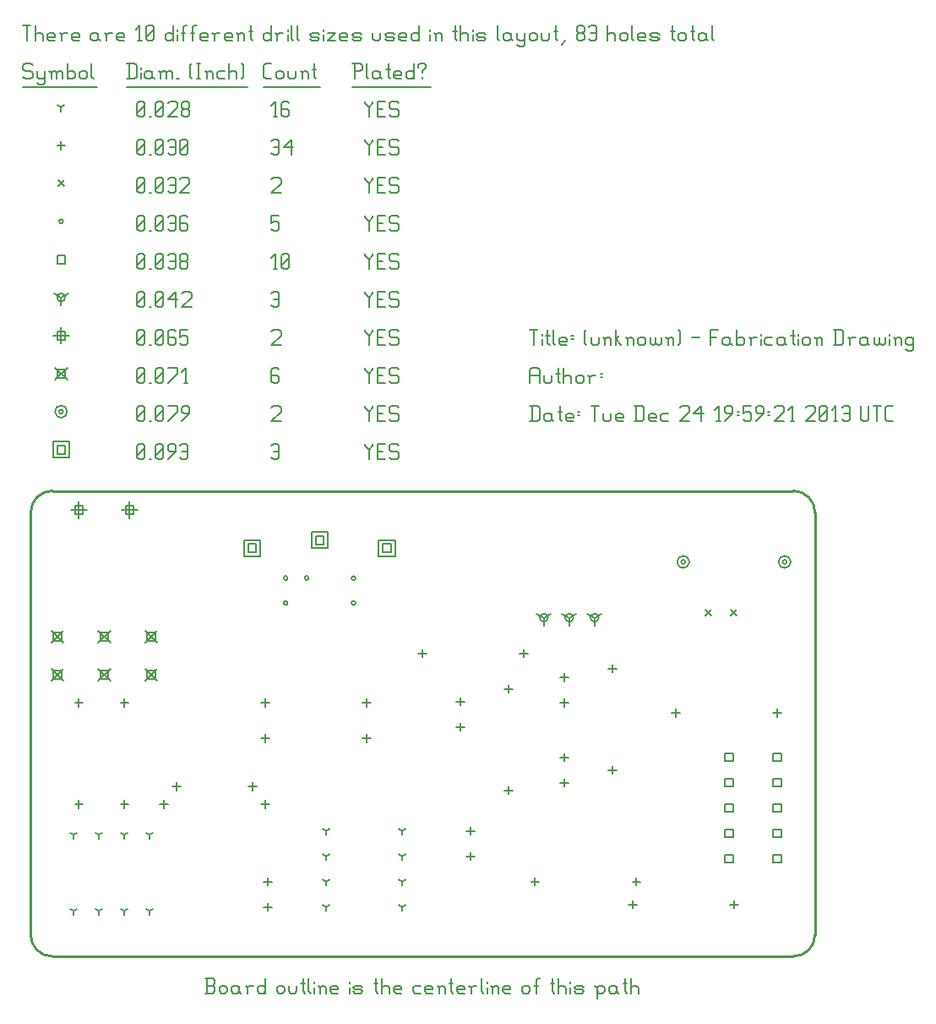
<source format=gbr>
G04 start of page 10 for group -3984 idx -3984 *
G04 Title: (unknown), fab *
G04 Creator: pcb 20110918 *
G04 CreationDate: Tue Dec 24 19:59:21 2013 UTC *
G04 For: fosse *
G04 Format: Gerber/RS-274X *
G04 PCB-Dimensions: 316500 193500 *
G04 PCB-Coordinate-Origin: lower left *
%MOIN*%
%FSLAX25Y25*%
%LNFAB*%
%ADD94C,0.0100*%
%ADD93C,0.0060*%
%ADD92C,0.0080*%
G54D92*X115400Y170683D02*X118600D01*
X115400D02*Y167483D01*
X118600D01*
Y170683D02*Y167483D01*
X113800Y172283D02*X120200D01*
X113800D02*Y165883D01*
X120200D01*
Y172283D02*Y165883D01*
X88825Y167533D02*X92025D01*
X88825D02*Y164333D01*
X92025D01*
Y167533D02*Y164333D01*
X87225Y169133D02*X93625D01*
X87225D02*Y162733D01*
X93625D01*
Y169133D02*Y162733D01*
X141975Y167533D02*X145175D01*
X141975D02*Y164333D01*
X145175D01*
Y167533D02*Y164333D01*
X140375Y169133D02*X146775D01*
X140375D02*Y162733D01*
X146775D01*
Y169133D02*Y162733D01*
X13400Y206350D02*X16600D01*
X13400D02*Y203150D01*
X16600D01*
Y206350D02*Y203150D01*
X11800Y207950D02*X18200D01*
X11800D02*Y201550D01*
X18200D01*
Y207950D02*Y201550D01*
G54D93*X135000Y207000D02*Y206250D01*
X136500Y204750D01*
X138000Y206250D01*
Y207000D02*Y206250D01*
X136500Y204750D02*Y201000D01*
X139800Y204000D02*X142050D01*
X139800Y201000D02*X142800D01*
X139800Y207000D02*Y201000D01*
Y207000D02*X142800D01*
X147600D02*X148350Y206250D01*
X145350Y207000D02*X147600D01*
X144600Y206250D02*X145350Y207000D01*
X144600Y206250D02*Y204750D01*
X145350Y204000D01*
X147600D01*
X148350Y203250D01*
Y201750D01*
X147600Y201000D02*X148350Y201750D01*
X145350Y201000D02*X147600D01*
X144600Y201750D02*X145350Y201000D01*
X98000Y206250D02*X98750Y207000D01*
X100250D01*
X101000Y206250D01*
Y201750D01*
X100250Y201000D02*X101000Y201750D01*
X98750Y201000D02*X100250D01*
X98000Y201750D02*X98750Y201000D01*
Y204000D02*X101000D01*
X45000Y201750D02*X45750Y201000D01*
X45000Y206250D02*Y201750D01*
Y206250D02*X45750Y207000D01*
X47250D01*
X48000Y206250D01*
Y201750D01*
X47250Y201000D02*X48000Y201750D01*
X45750Y201000D02*X47250D01*
X45000Y202500D02*X48000Y205500D01*
X49800Y201000D02*X50550D01*
X52350Y201750D02*X53100Y201000D01*
X52350Y206250D02*Y201750D01*
Y206250D02*X53100Y207000D01*
X54600D01*
X55350Y206250D01*
Y201750D01*
X54600Y201000D02*X55350Y201750D01*
X53100Y201000D02*X54600D01*
X52350Y202500D02*X55350Y205500D01*
X57150Y201000D02*X60150Y204000D01*
Y206250D02*Y204000D01*
X59400Y207000D02*X60150Y206250D01*
X57900Y207000D02*X59400D01*
X57150Y206250D02*X57900Y207000D01*
X57150Y206250D02*Y204750D01*
X57900Y204000D01*
X60150D01*
X61950Y206250D02*X62700Y207000D01*
X64200D01*
X64950Y206250D01*
Y201750D01*
X64200Y201000D02*X64950Y201750D01*
X62700Y201000D02*X64200D01*
X61950Y201750D02*X62700Y201000D01*
Y204000D02*X64950D01*
X259700Y160500D02*G75*G03X261300Y160500I800J0D01*G01*
G75*G03X259700Y160500I-800J0D01*G01*
X258100D02*G75*G03X262900Y160500I2400J0D01*G01*
G75*G03X258100Y160500I-2400J0D01*G01*
X299700D02*G75*G03X301300Y160500I800J0D01*G01*
G75*G03X299700Y160500I-800J0D01*G01*
X298100D02*G75*G03X302900Y160500I2400J0D01*G01*
G75*G03X298100Y160500I-2400J0D01*G01*
X14200Y219750D02*G75*G03X15800Y219750I800J0D01*G01*
G75*G03X14200Y219750I-800J0D01*G01*
X12600D02*G75*G03X17400Y219750I2400J0D01*G01*
G75*G03X12600Y219750I-2400J0D01*G01*
X135000Y222000D02*Y221250D01*
X136500Y219750D01*
X138000Y221250D01*
Y222000D02*Y221250D01*
X136500Y219750D02*Y216000D01*
X139800Y219000D02*X142050D01*
X139800Y216000D02*X142800D01*
X139800Y222000D02*Y216000D01*
Y222000D02*X142800D01*
X147600D02*X148350Y221250D01*
X145350Y222000D02*X147600D01*
X144600Y221250D02*X145350Y222000D01*
X144600Y221250D02*Y219750D01*
X145350Y219000D01*
X147600D01*
X148350Y218250D01*
Y216750D01*
X147600Y216000D02*X148350Y216750D01*
X145350Y216000D02*X147600D01*
X144600Y216750D02*X145350Y216000D01*
X98000Y221250D02*X98750Y222000D01*
X101000D01*
X101750Y221250D01*
Y219750D01*
X98000Y216000D02*X101750Y219750D01*
X98000Y216000D02*X101750D01*
X45000Y216750D02*X45750Y216000D01*
X45000Y221250D02*Y216750D01*
Y221250D02*X45750Y222000D01*
X47250D01*
X48000Y221250D01*
Y216750D01*
X47250Y216000D02*X48000Y216750D01*
X45750Y216000D02*X47250D01*
X45000Y217500D02*X48000Y220500D01*
X49800Y216000D02*X50550D01*
X52350Y216750D02*X53100Y216000D01*
X52350Y221250D02*Y216750D01*
Y221250D02*X53100Y222000D01*
X54600D01*
X55350Y221250D01*
Y216750D01*
X54600Y216000D02*X55350Y216750D01*
X53100Y216000D02*X54600D01*
X52350Y217500D02*X55350Y220500D01*
X57150Y216000D02*X60900Y219750D01*
Y222000D02*Y219750D01*
X57150Y222000D02*X60900D01*
X62700Y216000D02*X65700Y219000D01*
Y221250D02*Y219000D01*
X64950Y222000D02*X65700Y221250D01*
X63450Y222000D02*X64950D01*
X62700Y221250D02*X63450Y222000D01*
X62700Y221250D02*Y219750D01*
X63450Y219000D01*
X65700D01*
X29600Y133400D02*X34400Y128600D01*
X29600D02*X34400Y133400D01*
X30400Y132600D02*X33600D01*
X30400D02*Y129400D01*
X33600D01*
Y132600D02*Y129400D01*
X11100Y133400D02*X15900Y128600D01*
X11100D02*X15900Y133400D01*
X11900Y132600D02*X15100D01*
X11900D02*Y129400D01*
X15100D01*
Y132600D02*Y129400D01*
X48100Y133400D02*X52900Y128600D01*
X48100D02*X52900Y133400D01*
X48900Y132600D02*X52100D01*
X48900D02*Y129400D01*
X52100D01*
Y132600D02*Y129400D01*
X11100Y118400D02*X15900Y113600D01*
X11100D02*X15900Y118400D01*
X11900Y117600D02*X15100D01*
X11900D02*Y114400D01*
X15100D01*
Y117600D02*Y114400D01*
X29600Y118400D02*X34400Y113600D01*
X29600D02*X34400Y118400D01*
X30400Y117600D02*X33600D01*
X30400D02*Y114400D01*
X33600D01*
Y117600D02*Y114400D01*
X48100Y118400D02*X52900Y113600D01*
X48100D02*X52900Y118400D01*
X48900Y117600D02*X52100D01*
X48900D02*Y114400D01*
X52100D01*
Y117600D02*Y114400D01*
X12600Y237150D02*X17400Y232350D01*
X12600D02*X17400Y237150D01*
X13400Y236350D02*X16600D01*
X13400D02*Y233150D01*
X16600D01*
Y236350D02*Y233150D01*
X135000Y237000D02*Y236250D01*
X136500Y234750D01*
X138000Y236250D01*
Y237000D02*Y236250D01*
X136500Y234750D02*Y231000D01*
X139800Y234000D02*X142050D01*
X139800Y231000D02*X142800D01*
X139800Y237000D02*Y231000D01*
Y237000D02*X142800D01*
X147600D02*X148350Y236250D01*
X145350Y237000D02*X147600D01*
X144600Y236250D02*X145350Y237000D01*
X144600Y236250D02*Y234750D01*
X145350Y234000D01*
X147600D01*
X148350Y233250D01*
Y231750D01*
X147600Y231000D02*X148350Y231750D01*
X145350Y231000D02*X147600D01*
X144600Y231750D02*X145350Y231000D01*
X100250Y237000D02*X101000Y236250D01*
X98750Y237000D02*X100250D01*
X98000Y236250D02*X98750Y237000D01*
X98000Y236250D02*Y231750D01*
X98750Y231000D01*
X100250Y234000D02*X101000Y233250D01*
X98000Y234000D02*X100250D01*
X98750Y231000D02*X100250D01*
X101000Y231750D01*
Y233250D02*Y231750D01*
X45000D02*X45750Y231000D01*
X45000Y236250D02*Y231750D01*
Y236250D02*X45750Y237000D01*
X47250D01*
X48000Y236250D01*
Y231750D01*
X47250Y231000D02*X48000Y231750D01*
X45750Y231000D02*X47250D01*
X45000Y232500D02*X48000Y235500D01*
X49800Y231000D02*X50550D01*
X52350Y231750D02*X53100Y231000D01*
X52350Y236250D02*Y231750D01*
Y236250D02*X53100Y237000D01*
X54600D01*
X55350Y236250D01*
Y231750D01*
X54600Y231000D02*X55350Y231750D01*
X53100Y231000D02*X54600D01*
X52350Y232500D02*X55350Y235500D01*
X57150Y231000D02*X60900Y234750D01*
Y237000D02*Y234750D01*
X57150Y237000D02*X60900D01*
X63450Y231000D02*X64950D01*
X64200Y237000D02*Y231000D01*
X62700Y235500D02*X64200Y237000D01*
X22000Y184200D02*Y177800D01*
X18800Y181000D02*X25200D01*
X20400Y182600D02*X23600D01*
X20400D02*Y179400D01*
X23600D01*
Y182600D02*Y179400D01*
X42000Y184200D02*Y177800D01*
X38800Y181000D02*X45200D01*
X40400Y182600D02*X43600D01*
X40400D02*Y179400D01*
X43600D01*
Y182600D02*Y179400D01*
X15000Y252950D02*Y246550D01*
X11800Y249750D02*X18200D01*
X13400Y251350D02*X16600D01*
X13400D02*Y248150D01*
X16600D01*
Y251350D02*Y248150D01*
X135000Y252000D02*Y251250D01*
X136500Y249750D01*
X138000Y251250D01*
Y252000D02*Y251250D01*
X136500Y249750D02*Y246000D01*
X139800Y249000D02*X142050D01*
X139800Y246000D02*X142800D01*
X139800Y252000D02*Y246000D01*
Y252000D02*X142800D01*
X147600D02*X148350Y251250D01*
X145350Y252000D02*X147600D01*
X144600Y251250D02*X145350Y252000D01*
X144600Y251250D02*Y249750D01*
X145350Y249000D01*
X147600D01*
X148350Y248250D01*
Y246750D01*
X147600Y246000D02*X148350Y246750D01*
X145350Y246000D02*X147600D01*
X144600Y246750D02*X145350Y246000D01*
X98000Y251250D02*X98750Y252000D01*
X101000D01*
X101750Y251250D01*
Y249750D01*
X98000Y246000D02*X101750Y249750D01*
X98000Y246000D02*X101750D01*
X45000Y246750D02*X45750Y246000D01*
X45000Y251250D02*Y246750D01*
Y251250D02*X45750Y252000D01*
X47250D01*
X48000Y251250D01*
Y246750D01*
X47250Y246000D02*X48000Y246750D01*
X45750Y246000D02*X47250D01*
X45000Y247500D02*X48000Y250500D01*
X49800Y246000D02*X50550D01*
X52350Y246750D02*X53100Y246000D01*
X52350Y251250D02*Y246750D01*
Y251250D02*X53100Y252000D01*
X54600D01*
X55350Y251250D01*
Y246750D01*
X54600Y246000D02*X55350Y246750D01*
X53100Y246000D02*X54600D01*
X52350Y247500D02*X55350Y250500D01*
X59400Y252000D02*X60150Y251250D01*
X57900Y252000D02*X59400D01*
X57150Y251250D02*X57900Y252000D01*
X57150Y251250D02*Y246750D01*
X57900Y246000D01*
X59400Y249000D02*X60150Y248250D01*
X57150Y249000D02*X59400D01*
X57900Y246000D02*X59400D01*
X60150Y246750D01*
Y248250D02*Y246750D01*
X61950Y252000D02*X64950D01*
X61950D02*Y249000D01*
X62700Y249750D01*
X64200D01*
X64950Y249000D01*
Y246750D01*
X64200Y246000D02*X64950Y246750D01*
X62700Y246000D02*X64200D01*
X61950Y246750D02*X62700Y246000D01*
X205500Y138500D02*Y135300D01*
Y138500D02*X208273Y140100D01*
X205500Y138500D02*X202727Y140100D01*
X203900Y138500D02*G75*G03X207100Y138500I1600J0D01*G01*
G75*G03X203900Y138500I-1600J0D01*G01*
X215500D02*Y135300D01*
Y138500D02*X218273Y140100D01*
X215500Y138500D02*X212727Y140100D01*
X213900Y138500D02*G75*G03X217100Y138500I1600J0D01*G01*
G75*G03X213900Y138500I-1600J0D01*G01*
X225500D02*Y135300D01*
Y138500D02*X228273Y140100D01*
X225500Y138500D02*X222727Y140100D01*
X223900Y138500D02*G75*G03X227100Y138500I1600J0D01*G01*
G75*G03X223900Y138500I-1600J0D01*G01*
X15000Y264750D02*Y261550D01*
Y264750D02*X17773Y266350D01*
X15000Y264750D02*X12227Y266350D01*
X13400Y264750D02*G75*G03X16600Y264750I1600J0D01*G01*
G75*G03X13400Y264750I-1600J0D01*G01*
X135000Y267000D02*Y266250D01*
X136500Y264750D01*
X138000Y266250D01*
Y267000D02*Y266250D01*
X136500Y264750D02*Y261000D01*
X139800Y264000D02*X142050D01*
X139800Y261000D02*X142800D01*
X139800Y267000D02*Y261000D01*
Y267000D02*X142800D01*
X147600D02*X148350Y266250D01*
X145350Y267000D02*X147600D01*
X144600Y266250D02*X145350Y267000D01*
X144600Y266250D02*Y264750D01*
X145350Y264000D01*
X147600D01*
X148350Y263250D01*
Y261750D01*
X147600Y261000D02*X148350Y261750D01*
X145350Y261000D02*X147600D01*
X144600Y261750D02*X145350Y261000D01*
X98000Y266250D02*X98750Y267000D01*
X100250D01*
X101000Y266250D01*
Y261750D01*
X100250Y261000D02*X101000Y261750D01*
X98750Y261000D02*X100250D01*
X98000Y261750D02*X98750Y261000D01*
Y264000D02*X101000D01*
X45000Y261750D02*X45750Y261000D01*
X45000Y266250D02*Y261750D01*
Y266250D02*X45750Y267000D01*
X47250D01*
X48000Y266250D01*
Y261750D01*
X47250Y261000D02*X48000Y261750D01*
X45750Y261000D02*X47250D01*
X45000Y262500D02*X48000Y265500D01*
X49800Y261000D02*X50550D01*
X52350Y261750D02*X53100Y261000D01*
X52350Y266250D02*Y261750D01*
Y266250D02*X53100Y267000D01*
X54600D01*
X55350Y266250D01*
Y261750D01*
X54600Y261000D02*X55350Y261750D01*
X53100Y261000D02*X54600D01*
X52350Y262500D02*X55350Y265500D01*
X57150Y264000D02*X60150Y267000D01*
X57150Y264000D02*X60900D01*
X60150Y267000D02*Y261000D01*
X62700Y266250D02*X63450Y267000D01*
X65700D01*
X66450Y266250D01*
Y264750D01*
X62700Y261000D02*X66450Y264750D01*
X62700Y261000D02*X66450D01*
X295900Y85100D02*X299100D01*
X295900D02*Y81900D01*
X299100D01*
Y85100D02*Y81900D01*
X295900Y75100D02*X299100D01*
X295900D02*Y71900D01*
X299100D01*
Y75100D02*Y71900D01*
X295900Y65100D02*X299100D01*
X295900D02*Y61900D01*
X299100D01*
Y65100D02*Y61900D01*
X295900Y55100D02*X299100D01*
X295900D02*Y51900D01*
X299100D01*
Y55100D02*Y51900D01*
X295900Y45100D02*X299100D01*
X295900D02*Y41900D01*
X299100D01*
Y45100D02*Y41900D01*
X276900Y85100D02*X280100D01*
X276900D02*Y81900D01*
X280100D01*
Y85100D02*Y81900D01*
X276900Y75100D02*X280100D01*
X276900D02*Y71900D01*
X280100D01*
Y75100D02*Y71900D01*
X276900Y65100D02*X280100D01*
X276900D02*Y61900D01*
X280100D01*
Y65100D02*Y61900D01*
X276900Y55100D02*X280100D01*
X276900D02*Y51900D01*
X280100D01*
Y55100D02*Y51900D01*
X276900Y45100D02*X280100D01*
X276900D02*Y41900D01*
X280100D01*
Y45100D02*Y41900D01*
X13400Y281350D02*X16600D01*
X13400D02*Y278150D01*
X16600D01*
Y281350D02*Y278150D01*
X135000Y282000D02*Y281250D01*
X136500Y279750D01*
X138000Y281250D01*
Y282000D02*Y281250D01*
X136500Y279750D02*Y276000D01*
X139800Y279000D02*X142050D01*
X139800Y276000D02*X142800D01*
X139800Y282000D02*Y276000D01*
Y282000D02*X142800D01*
X147600D02*X148350Y281250D01*
X145350Y282000D02*X147600D01*
X144600Y281250D02*X145350Y282000D01*
X144600Y281250D02*Y279750D01*
X145350Y279000D01*
X147600D01*
X148350Y278250D01*
Y276750D01*
X147600Y276000D02*X148350Y276750D01*
X145350Y276000D02*X147600D01*
X144600Y276750D02*X145350Y276000D01*
X98750D02*X100250D01*
X99500Y282000D02*Y276000D01*
X98000Y280500D02*X99500Y282000D01*
X102050Y276750D02*X102800Y276000D01*
X102050Y281250D02*Y276750D01*
Y281250D02*X102800Y282000D01*
X104300D01*
X105050Y281250D01*
Y276750D01*
X104300Y276000D02*X105050Y276750D01*
X102800Y276000D02*X104300D01*
X102050Y277500D02*X105050Y280500D01*
X45000Y276750D02*X45750Y276000D01*
X45000Y281250D02*Y276750D01*
Y281250D02*X45750Y282000D01*
X47250D01*
X48000Y281250D01*
Y276750D01*
X47250Y276000D02*X48000Y276750D01*
X45750Y276000D02*X47250D01*
X45000Y277500D02*X48000Y280500D01*
X49800Y276000D02*X50550D01*
X52350Y276750D02*X53100Y276000D01*
X52350Y281250D02*Y276750D01*
Y281250D02*X53100Y282000D01*
X54600D01*
X55350Y281250D01*
Y276750D01*
X54600Y276000D02*X55350Y276750D01*
X53100Y276000D02*X54600D01*
X52350Y277500D02*X55350Y280500D01*
X57150Y281250D02*X57900Y282000D01*
X59400D01*
X60150Y281250D01*
Y276750D01*
X59400Y276000D02*X60150Y276750D01*
X57900Y276000D02*X59400D01*
X57150Y276750D02*X57900Y276000D01*
Y279000D02*X60150D01*
X61950Y276750D02*X62700Y276000D01*
X61950Y278250D02*Y276750D01*
Y278250D02*X62700Y279000D01*
X64200D01*
X64950Y278250D01*
Y276750D01*
X64200Y276000D02*X64950Y276750D01*
X62700Y276000D02*X64200D01*
X61950Y279750D02*X62700Y279000D01*
X61950Y281250D02*Y279750D01*
Y281250D02*X62700Y282000D01*
X64200D01*
X64950Y281250D01*
Y279750D01*
X64200Y279000D02*X64950Y279750D01*
X102814Y144280D02*G75*G03X104414Y144280I800J0D01*G01*
G75*G03X102814Y144280I-800J0D01*G01*
X111082Y154122D02*G75*G03X112682Y154122I800J0D01*G01*
G75*G03X111082Y154122I-800J0D01*G01*
X102814D02*G75*G03X104414Y154122I800J0D01*G01*
G75*G03X102814Y154122I-800J0D01*G01*
X129586D02*G75*G03X131186Y154122I800J0D01*G01*
G75*G03X129586Y154122I-800J0D01*G01*
Y144280D02*G75*G03X131186Y144280I800J0D01*G01*
G75*G03X129586Y144280I-800J0D01*G01*
X14200Y294750D02*G75*G03X15800Y294750I800J0D01*G01*
G75*G03X14200Y294750I-800J0D01*G01*
X135000Y297000D02*Y296250D01*
X136500Y294750D01*
X138000Y296250D01*
Y297000D02*Y296250D01*
X136500Y294750D02*Y291000D01*
X139800Y294000D02*X142050D01*
X139800Y291000D02*X142800D01*
X139800Y297000D02*Y291000D01*
Y297000D02*X142800D01*
X147600D02*X148350Y296250D01*
X145350Y297000D02*X147600D01*
X144600Y296250D02*X145350Y297000D01*
X144600Y296250D02*Y294750D01*
X145350Y294000D01*
X147600D01*
X148350Y293250D01*
Y291750D01*
X147600Y291000D02*X148350Y291750D01*
X145350Y291000D02*X147600D01*
X144600Y291750D02*X145350Y291000D01*
X98000Y297000D02*X101000D01*
X98000D02*Y294000D01*
X98750Y294750D01*
X100250D01*
X101000Y294000D01*
Y291750D01*
X100250Y291000D02*X101000Y291750D01*
X98750Y291000D02*X100250D01*
X98000Y291750D02*X98750Y291000D01*
X45000Y291750D02*X45750Y291000D01*
X45000Y296250D02*Y291750D01*
Y296250D02*X45750Y297000D01*
X47250D01*
X48000Y296250D01*
Y291750D01*
X47250Y291000D02*X48000Y291750D01*
X45750Y291000D02*X47250D01*
X45000Y292500D02*X48000Y295500D01*
X49800Y291000D02*X50550D01*
X52350Y291750D02*X53100Y291000D01*
X52350Y296250D02*Y291750D01*
Y296250D02*X53100Y297000D01*
X54600D01*
X55350Y296250D01*
Y291750D01*
X54600Y291000D02*X55350Y291750D01*
X53100Y291000D02*X54600D01*
X52350Y292500D02*X55350Y295500D01*
X57150Y296250D02*X57900Y297000D01*
X59400D01*
X60150Y296250D01*
Y291750D01*
X59400Y291000D02*X60150Y291750D01*
X57900Y291000D02*X59400D01*
X57150Y291750D02*X57900Y291000D01*
Y294000D02*X60150D01*
X64200Y297000D02*X64950Y296250D01*
X62700Y297000D02*X64200D01*
X61950Y296250D02*X62700Y297000D01*
X61950Y296250D02*Y291750D01*
X62700Y291000D01*
X64200Y294000D02*X64950Y293250D01*
X61950Y294000D02*X64200D01*
X62700Y291000D02*X64200D01*
X64950Y291750D01*
Y293250D02*Y291750D01*
X269300Y141700D02*X271700Y139300D01*
X269300D02*X271700Y141700D01*
X279300D02*X281700Y139300D01*
X279300D02*X281700Y141700D01*
X13800Y310950D02*X16200Y308550D01*
X13800D02*X16200Y310950D01*
X135000Y312000D02*Y311250D01*
X136500Y309750D01*
X138000Y311250D01*
Y312000D02*Y311250D01*
X136500Y309750D02*Y306000D01*
X139800Y309000D02*X142050D01*
X139800Y306000D02*X142800D01*
X139800Y312000D02*Y306000D01*
Y312000D02*X142800D01*
X147600D02*X148350Y311250D01*
X145350Y312000D02*X147600D01*
X144600Y311250D02*X145350Y312000D01*
X144600Y311250D02*Y309750D01*
X145350Y309000D01*
X147600D01*
X148350Y308250D01*
Y306750D01*
X147600Y306000D02*X148350Y306750D01*
X145350Y306000D02*X147600D01*
X144600Y306750D02*X145350Y306000D01*
X98000Y311250D02*X98750Y312000D01*
X101000D01*
X101750Y311250D01*
Y309750D01*
X98000Y306000D02*X101750Y309750D01*
X98000Y306000D02*X101750D01*
X45000Y306750D02*X45750Y306000D01*
X45000Y311250D02*Y306750D01*
Y311250D02*X45750Y312000D01*
X47250D01*
X48000Y311250D01*
Y306750D01*
X47250Y306000D02*X48000Y306750D01*
X45750Y306000D02*X47250D01*
X45000Y307500D02*X48000Y310500D01*
X49800Y306000D02*X50550D01*
X52350Y306750D02*X53100Y306000D01*
X52350Y311250D02*Y306750D01*
Y311250D02*X53100Y312000D01*
X54600D01*
X55350Y311250D01*
Y306750D01*
X54600Y306000D02*X55350Y306750D01*
X53100Y306000D02*X54600D01*
X52350Y307500D02*X55350Y310500D01*
X57150Y311250D02*X57900Y312000D01*
X59400D01*
X60150Y311250D01*
Y306750D01*
X59400Y306000D02*X60150Y306750D01*
X57900Y306000D02*X59400D01*
X57150Y306750D02*X57900Y306000D01*
Y309000D02*X60150D01*
X61950Y311250D02*X62700Y312000D01*
X64950D01*
X65700Y311250D01*
Y309750D01*
X61950Y306000D02*X65700Y309750D01*
X61950Y306000D02*X65700D01*
X191500Y72100D02*Y68900D01*
X189900Y70500D02*X193100D01*
X191500Y112100D02*Y108900D01*
X189900Y110500D02*X193100D01*
X172500Y97100D02*Y93900D01*
X170900Y95500D02*X174100D01*
X172500Y107100D02*Y103900D01*
X170900Y105500D02*X174100D01*
X96500Y26100D02*Y22900D01*
X94900Y24500D02*X98100D01*
X96500Y36100D02*Y32900D01*
X94900Y34500D02*X98100D01*
X40000Y106600D02*Y103400D01*
X38400Y105000D02*X41600D01*
X40000Y66600D02*Y63400D01*
X38400Y65000D02*X41600D01*
X176500Y46100D02*Y42900D01*
X174900Y44500D02*X178100D01*
X176500Y56100D02*Y52900D01*
X174900Y54500D02*X178100D01*
X157500Y126100D02*Y122900D01*
X155900Y124500D02*X159100D01*
X197500Y126100D02*Y122900D01*
X195900Y124500D02*X199100D01*
X60500Y73600D02*Y70400D01*
X58900Y72000D02*X62100D01*
X90500Y73600D02*Y70400D01*
X88900Y72000D02*X92100D01*
X213500Y106600D02*Y103400D01*
X211900Y105000D02*X215100D01*
X213500Y116600D02*Y113400D01*
X211900Y115000D02*X215100D01*
X232500Y80100D02*Y76900D01*
X230900Y78500D02*X234100D01*
X232500Y120100D02*Y116900D01*
X230900Y118500D02*X234100D01*
X213500Y75100D02*Y71900D01*
X211900Y73500D02*X215100D01*
X213500Y85100D02*Y81900D01*
X211900Y83500D02*X215100D01*
X22000Y106600D02*Y103400D01*
X20400Y105000D02*X23600D01*
X22000Y66600D02*Y63400D01*
X20400Y65000D02*X23600D01*
X202000Y36100D02*Y32900D01*
X200400Y34500D02*X203600D01*
X242000Y36100D02*Y32900D01*
X240400Y34500D02*X243600D01*
X135500Y106600D02*Y103400D01*
X133900Y105000D02*X137100D01*
X95500Y106600D02*Y103400D01*
X93900Y105000D02*X97100D01*
X135500Y92600D02*Y89400D01*
X133900Y91000D02*X137100D01*
X95500Y92600D02*Y89400D01*
X93900Y91000D02*X97100D01*
X55500Y66600D02*Y63400D01*
X53900Y65000D02*X57100D01*
X95500Y66600D02*Y63400D01*
X93900Y65000D02*X97100D01*
X257500Y102600D02*Y99400D01*
X255900Y101000D02*X259100D01*
X297500Y102600D02*Y99400D01*
X295900Y101000D02*X299100D01*
X240500Y27100D02*Y23900D01*
X238900Y25500D02*X242100D01*
X280500Y27100D02*Y23900D01*
X278900Y25500D02*X282100D01*
X15000Y326350D02*Y323150D01*
X13400Y324750D02*X16600D01*
X135000Y327000D02*Y326250D01*
X136500Y324750D01*
X138000Y326250D01*
Y327000D02*Y326250D01*
X136500Y324750D02*Y321000D01*
X139800Y324000D02*X142050D01*
X139800Y321000D02*X142800D01*
X139800Y327000D02*Y321000D01*
Y327000D02*X142800D01*
X147600D02*X148350Y326250D01*
X145350Y327000D02*X147600D01*
X144600Y326250D02*X145350Y327000D01*
X144600Y326250D02*Y324750D01*
X145350Y324000D01*
X147600D01*
X148350Y323250D01*
Y321750D01*
X147600Y321000D02*X148350Y321750D01*
X145350Y321000D02*X147600D01*
X144600Y321750D02*X145350Y321000D01*
X98000Y326250D02*X98750Y327000D01*
X100250D01*
X101000Y326250D01*
Y321750D01*
X100250Y321000D02*X101000Y321750D01*
X98750Y321000D02*X100250D01*
X98000Y321750D02*X98750Y321000D01*
Y324000D02*X101000D01*
X102800D02*X105800Y327000D01*
X102800Y324000D02*X106550D01*
X105800Y327000D02*Y321000D01*
X45000Y321750D02*X45750Y321000D01*
X45000Y326250D02*Y321750D01*
Y326250D02*X45750Y327000D01*
X47250D01*
X48000Y326250D01*
Y321750D01*
X47250Y321000D02*X48000Y321750D01*
X45750Y321000D02*X47250D01*
X45000Y322500D02*X48000Y325500D01*
X49800Y321000D02*X50550D01*
X52350Y321750D02*X53100Y321000D01*
X52350Y326250D02*Y321750D01*
Y326250D02*X53100Y327000D01*
X54600D01*
X55350Y326250D01*
Y321750D01*
X54600Y321000D02*X55350Y321750D01*
X53100Y321000D02*X54600D01*
X52350Y322500D02*X55350Y325500D01*
X57150Y326250D02*X57900Y327000D01*
X59400D01*
X60150Y326250D01*
Y321750D01*
X59400Y321000D02*X60150Y321750D01*
X57900Y321000D02*X59400D01*
X57150Y321750D02*X57900Y321000D01*
Y324000D02*X60150D01*
X61950Y321750D02*X62700Y321000D01*
X61950Y326250D02*Y321750D01*
Y326250D02*X62700Y327000D01*
X64200D01*
X64950Y326250D01*
Y321750D01*
X64200Y321000D02*X64950Y321750D01*
X62700Y321000D02*X64200D01*
X61950Y322500D02*X64950Y325500D01*
X50000Y53000D02*Y51400D01*
Y53000D02*X51387Y53800D01*
X50000Y53000D02*X48613Y53800D01*
X40000Y53000D02*Y51400D01*
Y53000D02*X41387Y53800D01*
X40000Y53000D02*X38613Y53800D01*
X30000Y53000D02*Y51400D01*
Y53000D02*X31387Y53800D01*
X30000Y53000D02*X28613Y53800D01*
X20000Y53000D02*Y51400D01*
Y53000D02*X21387Y53800D01*
X20000Y53000D02*X18613Y53800D01*
X20000Y23000D02*Y21400D01*
Y23000D02*X21387Y23800D01*
X20000Y23000D02*X18613Y23800D01*
X30000Y23000D02*Y21400D01*
Y23000D02*X31387Y23800D01*
X30000Y23000D02*X28613Y23800D01*
X40000Y23000D02*Y21400D01*
Y23000D02*X41387Y23800D01*
X40000Y23000D02*X38613Y23800D01*
X50000Y23000D02*Y21400D01*
Y23000D02*X51387Y23800D01*
X50000Y23000D02*X48613Y23800D01*
X119500Y54500D02*Y52900D01*
Y54500D02*X120887Y55300D01*
X119500Y54500D02*X118113Y55300D01*
X119500Y44500D02*Y42900D01*
Y44500D02*X120887Y45300D01*
X119500Y44500D02*X118113Y45300D01*
X119500Y34500D02*Y32900D01*
Y34500D02*X120887Y35300D01*
X119500Y34500D02*X118113Y35300D01*
X119500Y24500D02*Y22900D01*
Y24500D02*X120887Y25300D01*
X119500Y24500D02*X118113Y25300D01*
X149500Y24500D02*Y22900D01*
Y24500D02*X150887Y25300D01*
X149500Y24500D02*X148113Y25300D01*
X149500Y34500D02*Y32900D01*
Y34500D02*X150887Y35300D01*
X149500Y34500D02*X148113Y35300D01*
X149500Y44500D02*Y42900D01*
Y44500D02*X150887Y45300D01*
X149500Y44500D02*X148113Y45300D01*
X149500Y54500D02*Y52900D01*
Y54500D02*X150887Y55300D01*
X149500Y54500D02*X148113Y55300D01*
X15000Y339750D02*Y338150D01*
Y339750D02*X16387Y340550D01*
X15000Y339750D02*X13613Y340550D01*
X135000Y342000D02*Y341250D01*
X136500Y339750D01*
X138000Y341250D01*
Y342000D02*Y341250D01*
X136500Y339750D02*Y336000D01*
X139800Y339000D02*X142050D01*
X139800Y336000D02*X142800D01*
X139800Y342000D02*Y336000D01*
Y342000D02*X142800D01*
X147600D02*X148350Y341250D01*
X145350Y342000D02*X147600D01*
X144600Y341250D02*X145350Y342000D01*
X144600Y341250D02*Y339750D01*
X145350Y339000D01*
X147600D01*
X148350Y338250D01*
Y336750D01*
X147600Y336000D02*X148350Y336750D01*
X145350Y336000D02*X147600D01*
X144600Y336750D02*X145350Y336000D01*
X98750D02*X100250D01*
X99500Y342000D02*Y336000D01*
X98000Y340500D02*X99500Y342000D01*
X104300D02*X105050Y341250D01*
X102800Y342000D02*X104300D01*
X102050Y341250D02*X102800Y342000D01*
X102050Y341250D02*Y336750D01*
X102800Y336000D01*
X104300Y339000D02*X105050Y338250D01*
X102050Y339000D02*X104300D01*
X102800Y336000D02*X104300D01*
X105050Y336750D01*
Y338250D02*Y336750D01*
X45000D02*X45750Y336000D01*
X45000Y341250D02*Y336750D01*
Y341250D02*X45750Y342000D01*
X47250D01*
X48000Y341250D01*
Y336750D01*
X47250Y336000D02*X48000Y336750D01*
X45750Y336000D02*X47250D01*
X45000Y337500D02*X48000Y340500D01*
X49800Y336000D02*X50550D01*
X52350Y336750D02*X53100Y336000D01*
X52350Y341250D02*Y336750D01*
Y341250D02*X53100Y342000D01*
X54600D01*
X55350Y341250D01*
Y336750D01*
X54600Y336000D02*X55350Y336750D01*
X53100Y336000D02*X54600D01*
X52350Y337500D02*X55350Y340500D01*
X57150Y341250D02*X57900Y342000D01*
X60150D01*
X60900Y341250D01*
Y339750D01*
X57150Y336000D02*X60900Y339750D01*
X57150Y336000D02*X60900D01*
X62700Y336750D02*X63450Y336000D01*
X62700Y338250D02*Y336750D01*
Y338250D02*X63450Y339000D01*
X64950D01*
X65700Y338250D01*
Y336750D01*
X64950Y336000D02*X65700Y336750D01*
X63450Y336000D02*X64950D01*
X62700Y339750D02*X63450Y339000D01*
X62700Y341250D02*Y339750D01*
Y341250D02*X63450Y342000D01*
X64950D01*
X65700Y341250D01*
Y339750D01*
X64950Y339000D02*X65700Y339750D01*
X3000Y357000D02*X3750Y356250D01*
X750Y357000D02*X3000D01*
X0Y356250D02*X750Y357000D01*
X0Y356250D02*Y354750D01*
X750Y354000D01*
X3000D01*
X3750Y353250D01*
Y351750D01*
X3000Y351000D02*X3750Y351750D01*
X750Y351000D02*X3000D01*
X0Y351750D02*X750Y351000D01*
X5550Y354000D02*Y351750D01*
X6300Y351000D01*
X8550Y354000D02*Y349500D01*
X7800Y348750D02*X8550Y349500D01*
X6300Y348750D02*X7800D01*
X5550Y349500D02*X6300Y348750D01*
Y351000D02*X7800D01*
X8550Y351750D01*
X11100Y353250D02*Y351000D01*
Y353250D02*X11850Y354000D01*
X12600D01*
X13350Y353250D01*
Y351000D01*
Y353250D02*X14100Y354000D01*
X14850D01*
X15600Y353250D01*
Y351000D01*
X10350Y354000D02*X11100Y353250D01*
X17400Y357000D02*Y351000D01*
Y351750D02*X18150Y351000D01*
X19650D01*
X20400Y351750D01*
Y353250D02*Y351750D01*
X19650Y354000D02*X20400Y353250D01*
X18150Y354000D02*X19650D01*
X17400Y353250D02*X18150Y354000D01*
X22200Y353250D02*Y351750D01*
Y353250D02*X22950Y354000D01*
X24450D01*
X25200Y353250D01*
Y351750D01*
X24450Y351000D02*X25200Y351750D01*
X22950Y351000D02*X24450D01*
X22200Y351750D02*X22950Y351000D01*
X27000Y357000D02*Y351750D01*
X27750Y351000D01*
X0Y347750D02*X29250D01*
X41750Y357000D02*Y351000D01*
X44000Y357000D02*X44750Y356250D01*
Y351750D01*
X44000Y351000D02*X44750Y351750D01*
X41000Y351000D02*X44000D01*
X41000Y357000D02*X44000D01*
X46550Y355500D02*Y354750D01*
Y353250D02*Y351000D01*
X50300Y354000D02*X51050Y353250D01*
X48800Y354000D02*X50300D01*
X48050Y353250D02*X48800Y354000D01*
X48050Y353250D02*Y351750D01*
X48800Y351000D01*
X51050Y354000D02*Y351750D01*
X51800Y351000D01*
X48800D02*X50300D01*
X51050Y351750D01*
X54350Y353250D02*Y351000D01*
Y353250D02*X55100Y354000D01*
X55850D01*
X56600Y353250D01*
Y351000D01*
Y353250D02*X57350Y354000D01*
X58100D01*
X58850Y353250D01*
Y351000D01*
X53600Y354000D02*X54350Y353250D01*
X60650Y351000D02*X61400D01*
X65900Y351750D02*X66650Y351000D01*
X65900Y356250D02*X66650Y357000D01*
X65900Y356250D02*Y351750D01*
X68450Y357000D02*X69950D01*
X69200D02*Y351000D01*
X68450D02*X69950D01*
X72500Y353250D02*Y351000D01*
Y353250D02*X73250Y354000D01*
X74000D01*
X74750Y353250D01*
Y351000D01*
X71750Y354000D02*X72500Y353250D01*
X77300Y354000D02*X79550D01*
X76550Y353250D02*X77300Y354000D01*
X76550Y353250D02*Y351750D01*
X77300Y351000D01*
X79550D01*
X81350Y357000D02*Y351000D01*
Y353250D02*X82100Y354000D01*
X83600D01*
X84350Y353250D01*
Y351000D01*
X86150Y357000D02*X86900Y356250D01*
Y351750D01*
X86150Y351000D02*X86900Y351750D01*
X41000Y347750D02*X88700D01*
X95750Y351000D02*X98000D01*
X95000Y351750D02*X95750Y351000D01*
X95000Y356250D02*Y351750D01*
Y356250D02*X95750Y357000D01*
X98000D01*
X99800Y353250D02*Y351750D01*
Y353250D02*X100550Y354000D01*
X102050D01*
X102800Y353250D01*
Y351750D01*
X102050Y351000D02*X102800Y351750D01*
X100550Y351000D02*X102050D01*
X99800Y351750D02*X100550Y351000D01*
X104600Y354000D02*Y351750D01*
X105350Y351000D01*
X106850D01*
X107600Y351750D01*
Y354000D02*Y351750D01*
X110150Y353250D02*Y351000D01*
Y353250D02*X110900Y354000D01*
X111650D01*
X112400Y353250D01*
Y351000D01*
X109400Y354000D02*X110150Y353250D01*
X114950Y357000D02*Y351750D01*
X115700Y351000D01*
X114200Y354750D02*X115700D01*
X95000Y347750D02*X117200D01*
X130750Y357000D02*Y351000D01*
X130000Y357000D02*X133000D01*
X133750Y356250D01*
Y354750D01*
X133000Y354000D02*X133750Y354750D01*
X130750Y354000D02*X133000D01*
X135550Y357000D02*Y351750D01*
X136300Y351000D01*
X140050Y354000D02*X140800Y353250D01*
X138550Y354000D02*X140050D01*
X137800Y353250D02*X138550Y354000D01*
X137800Y353250D02*Y351750D01*
X138550Y351000D01*
X140800Y354000D02*Y351750D01*
X141550Y351000D01*
X138550D02*X140050D01*
X140800Y351750D01*
X144100Y357000D02*Y351750D01*
X144850Y351000D01*
X143350Y354750D02*X144850D01*
X147100Y351000D02*X149350D01*
X146350Y351750D02*X147100Y351000D01*
X146350Y353250D02*Y351750D01*
Y353250D02*X147100Y354000D01*
X148600D01*
X149350Y353250D01*
X146350Y352500D02*X149350D01*
Y353250D02*Y352500D01*
X154150Y357000D02*Y351000D01*
X153400D02*X154150Y351750D01*
X151900Y351000D02*X153400D01*
X151150Y351750D02*X151900Y351000D01*
X151150Y353250D02*Y351750D01*
Y353250D02*X151900Y354000D01*
X153400D01*
X154150Y353250D01*
X157450Y354000D02*Y353250D01*
Y351750D02*Y351000D01*
X155950Y356250D02*Y355500D01*
Y356250D02*X156700Y357000D01*
X158200D01*
X158950Y356250D01*
Y355500D01*
X157450Y354000D02*X158950Y355500D01*
X130000Y347750D02*X160750D01*
X0Y372000D02*X3000D01*
X1500D02*Y366000D01*
X4800Y372000D02*Y366000D01*
Y368250D02*X5550Y369000D01*
X7050D01*
X7800Y368250D01*
Y366000D01*
X10350D02*X12600D01*
X9600Y366750D02*X10350Y366000D01*
X9600Y368250D02*Y366750D01*
Y368250D02*X10350Y369000D01*
X11850D01*
X12600Y368250D01*
X9600Y367500D02*X12600D01*
Y368250D02*Y367500D01*
X15150Y368250D02*Y366000D01*
Y368250D02*X15900Y369000D01*
X17400D01*
X14400D02*X15150Y368250D01*
X19950Y366000D02*X22200D01*
X19200Y366750D02*X19950Y366000D01*
X19200Y368250D02*Y366750D01*
Y368250D02*X19950Y369000D01*
X21450D01*
X22200Y368250D01*
X19200Y367500D02*X22200D01*
Y368250D02*Y367500D01*
X28950Y369000D02*X29700Y368250D01*
X27450Y369000D02*X28950D01*
X26700Y368250D02*X27450Y369000D01*
X26700Y368250D02*Y366750D01*
X27450Y366000D01*
X29700Y369000D02*Y366750D01*
X30450Y366000D01*
X27450D02*X28950D01*
X29700Y366750D01*
X33000Y368250D02*Y366000D01*
Y368250D02*X33750Y369000D01*
X35250D01*
X32250D02*X33000Y368250D01*
X37800Y366000D02*X40050D01*
X37050Y366750D02*X37800Y366000D01*
X37050Y368250D02*Y366750D01*
Y368250D02*X37800Y369000D01*
X39300D01*
X40050Y368250D01*
X37050Y367500D02*X40050D01*
Y368250D02*Y367500D01*
X45300Y366000D02*X46800D01*
X46050Y372000D02*Y366000D01*
X44550Y370500D02*X46050Y372000D01*
X48600Y366750D02*X49350Y366000D01*
X48600Y371250D02*Y366750D01*
Y371250D02*X49350Y372000D01*
X50850D01*
X51600Y371250D01*
Y366750D01*
X50850Y366000D02*X51600Y366750D01*
X49350Y366000D02*X50850D01*
X48600Y367500D02*X51600Y370500D01*
X59100Y372000D02*Y366000D01*
X58350D02*X59100Y366750D01*
X56850Y366000D02*X58350D01*
X56100Y366750D02*X56850Y366000D01*
X56100Y368250D02*Y366750D01*
Y368250D02*X56850Y369000D01*
X58350D01*
X59100Y368250D01*
X60900Y370500D02*Y369750D01*
Y368250D02*Y366000D01*
X63150Y371250D02*Y366000D01*
Y371250D02*X63900Y372000D01*
X64650D01*
X62400Y369000D02*X63900D01*
X66900Y371250D02*Y366000D01*
Y371250D02*X67650Y372000D01*
X68400D01*
X66150Y369000D02*X67650D01*
X70650Y366000D02*X72900D01*
X69900Y366750D02*X70650Y366000D01*
X69900Y368250D02*Y366750D01*
Y368250D02*X70650Y369000D01*
X72150D01*
X72900Y368250D01*
X69900Y367500D02*X72900D01*
Y368250D02*Y367500D01*
X75450Y368250D02*Y366000D01*
Y368250D02*X76200Y369000D01*
X77700D01*
X74700D02*X75450Y368250D01*
X80250Y366000D02*X82500D01*
X79500Y366750D02*X80250Y366000D01*
X79500Y368250D02*Y366750D01*
Y368250D02*X80250Y369000D01*
X81750D01*
X82500Y368250D01*
X79500Y367500D02*X82500D01*
Y368250D02*Y367500D01*
X85050Y368250D02*Y366000D01*
Y368250D02*X85800Y369000D01*
X86550D01*
X87300Y368250D01*
Y366000D01*
X84300Y369000D02*X85050Y368250D01*
X89850Y372000D02*Y366750D01*
X90600Y366000D01*
X89100Y369750D02*X90600D01*
X97800Y372000D02*Y366000D01*
X97050D02*X97800Y366750D01*
X95550Y366000D02*X97050D01*
X94800Y366750D02*X95550Y366000D01*
X94800Y368250D02*Y366750D01*
Y368250D02*X95550Y369000D01*
X97050D01*
X97800Y368250D01*
X100350D02*Y366000D01*
Y368250D02*X101100Y369000D01*
X102600D01*
X99600D02*X100350Y368250D01*
X104400Y370500D02*Y369750D01*
Y368250D02*Y366000D01*
X105900Y372000D02*Y366750D01*
X106650Y366000D01*
X108150Y372000D02*Y366750D01*
X108900Y366000D01*
X113850D02*X116100D01*
X116850Y366750D01*
X116100Y367500D02*X116850Y366750D01*
X113850Y367500D02*X116100D01*
X113100Y368250D02*X113850Y367500D01*
X113100Y368250D02*X113850Y369000D01*
X116100D01*
X116850Y368250D01*
X113100Y366750D02*X113850Y366000D01*
X118650Y370500D02*Y369750D01*
Y368250D02*Y366000D01*
X120150Y369000D02*X123150D01*
X120150Y366000D02*X123150Y369000D01*
X120150Y366000D02*X123150D01*
X125700D02*X127950D01*
X124950Y366750D02*X125700Y366000D01*
X124950Y368250D02*Y366750D01*
Y368250D02*X125700Y369000D01*
X127200D01*
X127950Y368250D01*
X124950Y367500D02*X127950D01*
Y368250D02*Y367500D01*
X130500Y366000D02*X132750D01*
X133500Y366750D01*
X132750Y367500D02*X133500Y366750D01*
X130500Y367500D02*X132750D01*
X129750Y368250D02*X130500Y367500D01*
X129750Y368250D02*X130500Y369000D01*
X132750D01*
X133500Y368250D01*
X129750Y366750D02*X130500Y366000D01*
X138000Y369000D02*Y366750D01*
X138750Y366000D01*
X140250D01*
X141000Y366750D01*
Y369000D02*Y366750D01*
X143550Y366000D02*X145800D01*
X146550Y366750D01*
X145800Y367500D02*X146550Y366750D01*
X143550Y367500D02*X145800D01*
X142800Y368250D02*X143550Y367500D01*
X142800Y368250D02*X143550Y369000D01*
X145800D01*
X146550Y368250D01*
X142800Y366750D02*X143550Y366000D01*
X149100D02*X151350D01*
X148350Y366750D02*X149100Y366000D01*
X148350Y368250D02*Y366750D01*
Y368250D02*X149100Y369000D01*
X150600D01*
X151350Y368250D01*
X148350Y367500D02*X151350D01*
Y368250D02*Y367500D01*
X156150Y372000D02*Y366000D01*
X155400D02*X156150Y366750D01*
X153900Y366000D02*X155400D01*
X153150Y366750D02*X153900Y366000D01*
X153150Y368250D02*Y366750D01*
Y368250D02*X153900Y369000D01*
X155400D01*
X156150Y368250D01*
X160650Y370500D02*Y369750D01*
Y368250D02*Y366000D01*
X162900Y368250D02*Y366000D01*
Y368250D02*X163650Y369000D01*
X164400D01*
X165150Y368250D01*
Y366000D01*
X162150Y369000D02*X162900Y368250D01*
X170400Y372000D02*Y366750D01*
X171150Y366000D01*
X169650Y369750D02*X171150D01*
X172650Y372000D02*Y366000D01*
Y368250D02*X173400Y369000D01*
X174900D01*
X175650Y368250D01*
Y366000D01*
X177450Y370500D02*Y369750D01*
Y368250D02*Y366000D01*
X179700D02*X181950D01*
X182700Y366750D01*
X181950Y367500D02*X182700Y366750D01*
X179700Y367500D02*X181950D01*
X178950Y368250D02*X179700Y367500D01*
X178950Y368250D02*X179700Y369000D01*
X181950D01*
X182700Y368250D01*
X178950Y366750D02*X179700Y366000D01*
X187200Y372000D02*Y366750D01*
X187950Y366000D01*
X191700Y369000D02*X192450Y368250D01*
X190200Y369000D02*X191700D01*
X189450Y368250D02*X190200Y369000D01*
X189450Y368250D02*Y366750D01*
X190200Y366000D01*
X192450Y369000D02*Y366750D01*
X193200Y366000D01*
X190200D02*X191700D01*
X192450Y366750D01*
X195000Y369000D02*Y366750D01*
X195750Y366000D01*
X198000Y369000D02*Y364500D01*
X197250Y363750D02*X198000Y364500D01*
X195750Y363750D02*X197250D01*
X195000Y364500D02*X195750Y363750D01*
Y366000D02*X197250D01*
X198000Y366750D01*
X199800Y368250D02*Y366750D01*
Y368250D02*X200550Y369000D01*
X202050D01*
X202800Y368250D01*
Y366750D01*
X202050Y366000D02*X202800Y366750D01*
X200550Y366000D02*X202050D01*
X199800Y366750D02*X200550Y366000D01*
X204600Y369000D02*Y366750D01*
X205350Y366000D01*
X206850D01*
X207600Y366750D01*
Y369000D02*Y366750D01*
X210150Y372000D02*Y366750D01*
X210900Y366000D01*
X209400Y369750D02*X210900D01*
X212400Y364500D02*X213900Y366000D01*
X218400Y366750D02*X219150Y366000D01*
X218400Y368250D02*Y366750D01*
Y368250D02*X219150Y369000D01*
X220650D01*
X221400Y368250D01*
Y366750D01*
X220650Y366000D02*X221400Y366750D01*
X219150Y366000D02*X220650D01*
X218400Y369750D02*X219150Y369000D01*
X218400Y371250D02*Y369750D01*
Y371250D02*X219150Y372000D01*
X220650D01*
X221400Y371250D01*
Y369750D01*
X220650Y369000D02*X221400Y369750D01*
X223200Y371250D02*X223950Y372000D01*
X225450D01*
X226200Y371250D01*
Y366750D01*
X225450Y366000D02*X226200Y366750D01*
X223950Y366000D02*X225450D01*
X223200Y366750D02*X223950Y366000D01*
Y369000D02*X226200D01*
X230700Y372000D02*Y366000D01*
Y368250D02*X231450Y369000D01*
X232950D01*
X233700Y368250D01*
Y366000D01*
X235500Y368250D02*Y366750D01*
Y368250D02*X236250Y369000D01*
X237750D01*
X238500Y368250D01*
Y366750D01*
X237750Y366000D02*X238500Y366750D01*
X236250Y366000D02*X237750D01*
X235500Y366750D02*X236250Y366000D01*
X240300Y372000D02*Y366750D01*
X241050Y366000D01*
X243300D02*X245550D01*
X242550Y366750D02*X243300Y366000D01*
X242550Y368250D02*Y366750D01*
Y368250D02*X243300Y369000D01*
X244800D01*
X245550Y368250D01*
X242550Y367500D02*X245550D01*
Y368250D02*Y367500D01*
X248100Y366000D02*X250350D01*
X251100Y366750D01*
X250350Y367500D02*X251100Y366750D01*
X248100Y367500D02*X250350D01*
X247350Y368250D02*X248100Y367500D01*
X247350Y368250D02*X248100Y369000D01*
X250350D01*
X251100Y368250D01*
X247350Y366750D02*X248100Y366000D01*
X256350Y372000D02*Y366750D01*
X257100Y366000D01*
X255600Y369750D02*X257100D01*
X258600Y368250D02*Y366750D01*
Y368250D02*X259350Y369000D01*
X260850D01*
X261600Y368250D01*
Y366750D01*
X260850Y366000D02*X261600Y366750D01*
X259350Y366000D02*X260850D01*
X258600Y366750D02*X259350Y366000D01*
X264150Y372000D02*Y366750D01*
X264900Y366000D01*
X263400Y369750D02*X264900D01*
X268650Y369000D02*X269400Y368250D01*
X267150Y369000D02*X268650D01*
X266400Y368250D02*X267150Y369000D01*
X266400Y368250D02*Y366750D01*
X267150Y366000D01*
X269400Y369000D02*Y366750D01*
X270150Y366000D01*
X267150D02*X268650D01*
X269400Y366750D01*
X271950Y372000D02*Y366750D01*
X272700Y366000D01*
G54D94*X11500Y188500D02*X304000D01*
X3000Y180000D02*Y13500D01*
X304000Y5000D02*X11500D01*
X312500Y180000D02*Y13500D01*
X11500Y5000D02*G75*G02X3000Y13500I0J8500D01*G01*
Y180000D02*G75*G02X11500Y188500I8500J0D01*G01*
X312500Y13500D02*G75*G02X304000Y5000I-8500J0D01*G01*
Y188500D02*G75*G02X312500Y180000I0J-8500D01*G01*
G54D93*X71925Y-9500D02*X74925D01*
X75675Y-8750D01*
Y-7250D02*Y-8750D01*
X74925Y-6500D02*X75675Y-7250D01*
X72675Y-6500D02*X74925D01*
X72675Y-3500D02*Y-9500D01*
X71925Y-3500D02*X74925D01*
X75675Y-4250D01*
Y-5750D01*
X74925Y-6500D02*X75675Y-5750D01*
X77475Y-7250D02*Y-8750D01*
Y-7250D02*X78225Y-6500D01*
X79725D01*
X80475Y-7250D01*
Y-8750D01*
X79725Y-9500D02*X80475Y-8750D01*
X78225Y-9500D02*X79725D01*
X77475Y-8750D02*X78225Y-9500D01*
X84525Y-6500D02*X85275Y-7250D01*
X83025Y-6500D02*X84525D01*
X82275Y-7250D02*X83025Y-6500D01*
X82275Y-7250D02*Y-8750D01*
X83025Y-9500D01*
X85275Y-6500D02*Y-8750D01*
X86025Y-9500D01*
X83025D02*X84525D01*
X85275Y-8750D01*
X88575Y-7250D02*Y-9500D01*
Y-7250D02*X89325Y-6500D01*
X90825D01*
X87825D02*X88575Y-7250D01*
X95625Y-3500D02*Y-9500D01*
X94875D02*X95625Y-8750D01*
X93375Y-9500D02*X94875D01*
X92625Y-8750D02*X93375Y-9500D01*
X92625Y-7250D02*Y-8750D01*
Y-7250D02*X93375Y-6500D01*
X94875D01*
X95625Y-7250D01*
X100125D02*Y-8750D01*
Y-7250D02*X100875Y-6500D01*
X102375D01*
X103125Y-7250D01*
Y-8750D01*
X102375Y-9500D02*X103125Y-8750D01*
X100875Y-9500D02*X102375D01*
X100125Y-8750D02*X100875Y-9500D01*
X104925Y-6500D02*Y-8750D01*
X105675Y-9500D01*
X107175D01*
X107925Y-8750D01*
Y-6500D02*Y-8750D01*
X110475Y-3500D02*Y-8750D01*
X111225Y-9500D01*
X109725Y-5750D02*X111225D01*
X112725Y-3500D02*Y-8750D01*
X113475Y-9500D01*
X114975Y-5000D02*Y-5750D01*
Y-7250D02*Y-9500D01*
X117225Y-7250D02*Y-9500D01*
Y-7250D02*X117975Y-6500D01*
X118725D01*
X119475Y-7250D01*
Y-9500D01*
X116475Y-6500D02*X117225Y-7250D01*
X122025Y-9500D02*X124275D01*
X121275Y-8750D02*X122025Y-9500D01*
X121275Y-7250D02*Y-8750D01*
Y-7250D02*X122025Y-6500D01*
X123525D01*
X124275Y-7250D01*
X121275Y-8000D02*X124275D01*
Y-7250D02*Y-8000D01*
X128775Y-5000D02*Y-5750D01*
Y-7250D02*Y-9500D01*
X131025D02*X133275D01*
X134025Y-8750D01*
X133275Y-8000D02*X134025Y-8750D01*
X131025Y-8000D02*X133275D01*
X130275Y-7250D02*X131025Y-8000D01*
X130275Y-7250D02*X131025Y-6500D01*
X133275D01*
X134025Y-7250D01*
X130275Y-8750D02*X131025Y-9500D01*
X139275Y-3500D02*Y-8750D01*
X140025Y-9500D01*
X138525Y-5750D02*X140025D01*
X141525Y-3500D02*Y-9500D01*
Y-7250D02*X142275Y-6500D01*
X143775D01*
X144525Y-7250D01*
Y-9500D01*
X147075D02*X149325D01*
X146325Y-8750D02*X147075Y-9500D01*
X146325Y-7250D02*Y-8750D01*
Y-7250D02*X147075Y-6500D01*
X148575D01*
X149325Y-7250D01*
X146325Y-8000D02*X149325D01*
Y-7250D02*Y-8000D01*
X154575Y-6500D02*X156825D01*
X153825Y-7250D02*X154575Y-6500D01*
X153825Y-7250D02*Y-8750D01*
X154575Y-9500D01*
X156825D01*
X159375D02*X161625D01*
X158625Y-8750D02*X159375Y-9500D01*
X158625Y-7250D02*Y-8750D01*
Y-7250D02*X159375Y-6500D01*
X160875D01*
X161625Y-7250D01*
X158625Y-8000D02*X161625D01*
Y-7250D02*Y-8000D01*
X164175Y-7250D02*Y-9500D01*
Y-7250D02*X164925Y-6500D01*
X165675D01*
X166425Y-7250D01*
Y-9500D01*
X163425Y-6500D02*X164175Y-7250D01*
X168975Y-3500D02*Y-8750D01*
X169725Y-9500D01*
X168225Y-5750D02*X169725D01*
X171975Y-9500D02*X174225D01*
X171225Y-8750D02*X171975Y-9500D01*
X171225Y-7250D02*Y-8750D01*
Y-7250D02*X171975Y-6500D01*
X173475D01*
X174225Y-7250D01*
X171225Y-8000D02*X174225D01*
Y-7250D02*Y-8000D01*
X176775Y-7250D02*Y-9500D01*
Y-7250D02*X177525Y-6500D01*
X179025D01*
X176025D02*X176775Y-7250D01*
X180825Y-3500D02*Y-8750D01*
X181575Y-9500D01*
X183075Y-5000D02*Y-5750D01*
Y-7250D02*Y-9500D01*
X185325Y-7250D02*Y-9500D01*
Y-7250D02*X186075Y-6500D01*
X186825D01*
X187575Y-7250D01*
Y-9500D01*
X184575Y-6500D02*X185325Y-7250D01*
X190125Y-9500D02*X192375D01*
X189375Y-8750D02*X190125Y-9500D01*
X189375Y-7250D02*Y-8750D01*
Y-7250D02*X190125Y-6500D01*
X191625D01*
X192375Y-7250D01*
X189375Y-8000D02*X192375D01*
Y-7250D02*Y-8000D01*
X196875Y-7250D02*Y-8750D01*
Y-7250D02*X197625Y-6500D01*
X199125D01*
X199875Y-7250D01*
Y-8750D01*
X199125Y-9500D02*X199875Y-8750D01*
X197625Y-9500D02*X199125D01*
X196875Y-8750D02*X197625Y-9500D01*
X202425Y-4250D02*Y-9500D01*
Y-4250D02*X203175Y-3500D01*
X203925D01*
X201675Y-6500D02*X203175D01*
X208875Y-3500D02*Y-8750D01*
X209625Y-9500D01*
X208125Y-5750D02*X209625D01*
X211125Y-3500D02*Y-9500D01*
Y-7250D02*X211875Y-6500D01*
X213375D01*
X214125Y-7250D01*
Y-9500D01*
X215925Y-5000D02*Y-5750D01*
Y-7250D02*Y-9500D01*
X218175D02*X220425D01*
X221175Y-8750D01*
X220425Y-8000D02*X221175Y-8750D01*
X218175Y-8000D02*X220425D01*
X217425Y-7250D02*X218175Y-8000D01*
X217425Y-7250D02*X218175Y-6500D01*
X220425D01*
X221175Y-7250D01*
X217425Y-8750D02*X218175Y-9500D01*
X226425Y-7250D02*Y-11750D01*
X225675Y-6500D02*X226425Y-7250D01*
X227175Y-6500D01*
X228675D01*
X229425Y-7250D01*
Y-8750D01*
X228675Y-9500D02*X229425Y-8750D01*
X227175Y-9500D02*X228675D01*
X226425Y-8750D02*X227175Y-9500D01*
X233475Y-6500D02*X234225Y-7250D01*
X231975Y-6500D02*X233475D01*
X231225Y-7250D02*X231975Y-6500D01*
X231225Y-7250D02*Y-8750D01*
X231975Y-9500D01*
X234225Y-6500D02*Y-8750D01*
X234975Y-9500D01*
X231975D02*X233475D01*
X234225Y-8750D01*
X237525Y-3500D02*Y-8750D01*
X238275Y-9500D01*
X236775Y-5750D02*X238275D01*
X239775Y-3500D02*Y-9500D01*
Y-7250D02*X240525Y-6500D01*
X242025D01*
X242775Y-7250D01*
Y-9500D01*
X200750Y222000D02*Y216000D01*
X203000Y222000D02*X203750Y221250D01*
Y216750D01*
X203000Y216000D02*X203750Y216750D01*
X200000Y216000D02*X203000D01*
X200000Y222000D02*X203000D01*
X207800Y219000D02*X208550Y218250D01*
X206300Y219000D02*X207800D01*
X205550Y218250D02*X206300Y219000D01*
X205550Y218250D02*Y216750D01*
X206300Y216000D01*
X208550Y219000D02*Y216750D01*
X209300Y216000D01*
X206300D02*X207800D01*
X208550Y216750D01*
X211850Y222000D02*Y216750D01*
X212600Y216000D01*
X211100Y219750D02*X212600D01*
X214850Y216000D02*X217100D01*
X214100Y216750D02*X214850Y216000D01*
X214100Y218250D02*Y216750D01*
Y218250D02*X214850Y219000D01*
X216350D01*
X217100Y218250D01*
X214100Y217500D02*X217100D01*
Y218250D02*Y217500D01*
X218900Y219750D02*X219650D01*
X218900Y218250D02*X219650D01*
X224150Y222000D02*X227150D01*
X225650D02*Y216000D01*
X228950Y219000D02*Y216750D01*
X229700Y216000D01*
X231200D01*
X231950Y216750D01*
Y219000D02*Y216750D01*
X234500Y216000D02*X236750D01*
X233750Y216750D02*X234500Y216000D01*
X233750Y218250D02*Y216750D01*
Y218250D02*X234500Y219000D01*
X236000D01*
X236750Y218250D01*
X233750Y217500D02*X236750D01*
Y218250D02*Y217500D01*
X242000Y222000D02*Y216000D01*
X244250Y222000D02*X245000Y221250D01*
Y216750D01*
X244250Y216000D02*X245000Y216750D01*
X241250Y216000D02*X244250D01*
X241250Y222000D02*X244250D01*
X247550Y216000D02*X249800D01*
X246800Y216750D02*X247550Y216000D01*
X246800Y218250D02*Y216750D01*
Y218250D02*X247550Y219000D01*
X249050D01*
X249800Y218250D01*
X246800Y217500D02*X249800D01*
Y218250D02*Y217500D01*
X252350Y219000D02*X254600D01*
X251600Y218250D02*X252350Y219000D01*
X251600Y218250D02*Y216750D01*
X252350Y216000D01*
X254600D01*
X259100Y221250D02*X259850Y222000D01*
X262100D01*
X262850Y221250D01*
Y219750D01*
X259100Y216000D02*X262850Y219750D01*
X259100Y216000D02*X262850D01*
X264650Y219000D02*X267650Y222000D01*
X264650Y219000D02*X268400D01*
X267650Y222000D02*Y216000D01*
X273650D02*X275150D01*
X274400Y222000D02*Y216000D01*
X272900Y220500D02*X274400Y222000D01*
X276950Y216000D02*X279950Y219000D01*
Y221250D02*Y219000D01*
X279200Y222000D02*X279950Y221250D01*
X277700Y222000D02*X279200D01*
X276950Y221250D02*X277700Y222000D01*
X276950Y221250D02*Y219750D01*
X277700Y219000D01*
X279950D01*
X281750Y219750D02*X282500D01*
X281750Y218250D02*X282500D01*
X284300Y222000D02*X287300D01*
X284300D02*Y219000D01*
X285050Y219750D01*
X286550D01*
X287300Y219000D01*
Y216750D01*
X286550Y216000D02*X287300Y216750D01*
X285050Y216000D02*X286550D01*
X284300Y216750D02*X285050Y216000D01*
X289100D02*X292100Y219000D01*
Y221250D02*Y219000D01*
X291350Y222000D02*X292100Y221250D01*
X289850Y222000D02*X291350D01*
X289100Y221250D02*X289850Y222000D01*
X289100Y221250D02*Y219750D01*
X289850Y219000D01*
X292100D01*
X293900Y219750D02*X294650D01*
X293900Y218250D02*X294650D01*
X296450Y221250D02*X297200Y222000D01*
X299450D01*
X300200Y221250D01*
Y219750D01*
X296450Y216000D02*X300200Y219750D01*
X296450Y216000D02*X300200D01*
X302750D02*X304250D01*
X303500Y222000D02*Y216000D01*
X302000Y220500D02*X303500Y222000D01*
X308750Y221250D02*X309500Y222000D01*
X311750D01*
X312500Y221250D01*
Y219750D01*
X308750Y216000D02*X312500Y219750D01*
X308750Y216000D02*X312500D01*
X314300Y216750D02*X315050Y216000D01*
X314300Y221250D02*Y216750D01*
Y221250D02*X315050Y222000D01*
X316550D01*
X317300Y221250D01*
Y216750D01*
X316550Y216000D02*X317300Y216750D01*
X315050Y216000D02*X316550D01*
X314300Y217500D02*X317300Y220500D01*
X319850Y216000D02*X321350D01*
X320600Y222000D02*Y216000D01*
X319100Y220500D02*X320600Y222000D01*
X323150Y221250D02*X323900Y222000D01*
X325400D01*
X326150Y221250D01*
Y216750D01*
X325400Y216000D02*X326150Y216750D01*
X323900Y216000D02*X325400D01*
X323150Y216750D02*X323900Y216000D01*
Y219000D02*X326150D01*
X330650Y222000D02*Y216750D01*
X331400Y216000D01*
X332900D01*
X333650Y216750D01*
Y222000D02*Y216750D01*
X335450Y222000D02*X338450D01*
X336950D02*Y216000D01*
X341000D02*X343250D01*
X340250Y216750D02*X341000Y216000D01*
X340250Y221250D02*Y216750D01*
Y221250D02*X341000Y222000D01*
X343250D01*
X200000Y236250D02*Y231000D01*
Y236250D02*X200750Y237000D01*
X203000D01*
X203750Y236250D01*
Y231000D01*
X200000Y234000D02*X203750D01*
X205550D02*Y231750D01*
X206300Y231000D01*
X207800D01*
X208550Y231750D01*
Y234000D02*Y231750D01*
X211100Y237000D02*Y231750D01*
X211850Y231000D01*
X210350Y234750D02*X211850D01*
X213350Y237000D02*Y231000D01*
Y233250D02*X214100Y234000D01*
X215600D01*
X216350Y233250D01*
Y231000D01*
X218150Y233250D02*Y231750D01*
Y233250D02*X218900Y234000D01*
X220400D01*
X221150Y233250D01*
Y231750D01*
X220400Y231000D02*X221150Y231750D01*
X218900Y231000D02*X220400D01*
X218150Y231750D02*X218900Y231000D01*
X223700Y233250D02*Y231000D01*
Y233250D02*X224450Y234000D01*
X225950D01*
X222950D02*X223700Y233250D01*
X227750Y234750D02*X228500D01*
X227750Y233250D02*X228500D01*
X200000Y252000D02*X203000D01*
X201500D02*Y246000D01*
X204800Y250500D02*Y249750D01*
Y248250D02*Y246000D01*
X207050Y252000D02*Y246750D01*
X207800Y246000D01*
X206300Y249750D02*X207800D01*
X209300Y252000D02*Y246750D01*
X210050Y246000D01*
X212300D02*X214550D01*
X211550Y246750D02*X212300Y246000D01*
X211550Y248250D02*Y246750D01*
Y248250D02*X212300Y249000D01*
X213800D01*
X214550Y248250D01*
X211550Y247500D02*X214550D01*
Y248250D02*Y247500D01*
X216350Y249750D02*X217100D01*
X216350Y248250D02*X217100D01*
X221600Y246750D02*X222350Y246000D01*
X221600Y251250D02*X222350Y252000D01*
X221600Y251250D02*Y246750D01*
X224150Y249000D02*Y246750D01*
X224900Y246000D01*
X226400D01*
X227150Y246750D01*
Y249000D02*Y246750D01*
X229700Y248250D02*Y246000D01*
Y248250D02*X230450Y249000D01*
X231200D01*
X231950Y248250D01*
Y246000D01*
X228950Y249000D02*X229700Y248250D01*
X233750Y252000D02*Y246000D01*
Y248250D02*X236000Y246000D01*
X233750Y248250D02*X235250Y249750D01*
X238550Y248250D02*Y246000D01*
Y248250D02*X239300Y249000D01*
X240050D01*
X240800Y248250D01*
Y246000D01*
X237800Y249000D02*X238550Y248250D01*
X242600D02*Y246750D01*
Y248250D02*X243350Y249000D01*
X244850D01*
X245600Y248250D01*
Y246750D01*
X244850Y246000D02*X245600Y246750D01*
X243350Y246000D02*X244850D01*
X242600Y246750D02*X243350Y246000D01*
X247400Y249000D02*Y246750D01*
X248150Y246000D01*
X248900D01*
X249650Y246750D01*
Y249000D02*Y246750D01*
X250400Y246000D01*
X251150D01*
X251900Y246750D01*
Y249000D02*Y246750D01*
X254450Y248250D02*Y246000D01*
Y248250D02*X255200Y249000D01*
X255950D01*
X256700Y248250D01*
Y246000D01*
X253700Y249000D02*X254450Y248250D01*
X258500Y252000D02*X259250Y251250D01*
Y246750D01*
X258500Y246000D02*X259250Y246750D01*
X263750Y249000D02*X266750D01*
X271250Y252000D02*Y246000D01*
Y252000D02*X274250D01*
X271250Y249000D02*X273500D01*
X278300D02*X279050Y248250D01*
X276800Y249000D02*X278300D01*
X276050Y248250D02*X276800Y249000D01*
X276050Y248250D02*Y246750D01*
X276800Y246000D01*
X279050Y249000D02*Y246750D01*
X279800Y246000D01*
X276800D02*X278300D01*
X279050Y246750D01*
X281600Y252000D02*Y246000D01*
Y246750D02*X282350Y246000D01*
X283850D01*
X284600Y246750D01*
Y248250D02*Y246750D01*
X283850Y249000D02*X284600Y248250D01*
X282350Y249000D02*X283850D01*
X281600Y248250D02*X282350Y249000D01*
X287150Y248250D02*Y246000D01*
Y248250D02*X287900Y249000D01*
X289400D01*
X286400D02*X287150Y248250D01*
X291200Y250500D02*Y249750D01*
Y248250D02*Y246000D01*
X293450Y249000D02*X295700D01*
X292700Y248250D02*X293450Y249000D01*
X292700Y248250D02*Y246750D01*
X293450Y246000D01*
X295700D01*
X299750Y249000D02*X300500Y248250D01*
X298250Y249000D02*X299750D01*
X297500Y248250D02*X298250Y249000D01*
X297500Y248250D02*Y246750D01*
X298250Y246000D01*
X300500Y249000D02*Y246750D01*
X301250Y246000D01*
X298250D02*X299750D01*
X300500Y246750D01*
X303800Y252000D02*Y246750D01*
X304550Y246000D01*
X303050Y249750D02*X304550D01*
X306050Y250500D02*Y249750D01*
Y248250D02*Y246000D01*
X307550Y248250D02*Y246750D01*
Y248250D02*X308300Y249000D01*
X309800D01*
X310550Y248250D01*
Y246750D01*
X309800Y246000D02*X310550Y246750D01*
X308300Y246000D02*X309800D01*
X307550Y246750D02*X308300Y246000D01*
X313100Y248250D02*Y246000D01*
Y248250D02*X313850Y249000D01*
X314600D01*
X315350Y248250D01*
Y246000D01*
X312350Y249000D02*X313100Y248250D01*
X320600Y252000D02*Y246000D01*
X322850Y252000D02*X323600Y251250D01*
Y246750D01*
X322850Y246000D02*X323600Y246750D01*
X319850Y246000D02*X322850D01*
X319850Y252000D02*X322850D01*
X326150Y248250D02*Y246000D01*
Y248250D02*X326900Y249000D01*
X328400D01*
X325400D02*X326150Y248250D01*
X332450Y249000D02*X333200Y248250D01*
X330950Y249000D02*X332450D01*
X330200Y248250D02*X330950Y249000D01*
X330200Y248250D02*Y246750D01*
X330950Y246000D01*
X333200Y249000D02*Y246750D01*
X333950Y246000D01*
X330950D02*X332450D01*
X333200Y246750D01*
X335750Y249000D02*Y246750D01*
X336500Y246000D01*
X337250D01*
X338000Y246750D01*
Y249000D02*Y246750D01*
X338750Y246000D01*
X339500D01*
X340250Y246750D01*
Y249000D02*Y246750D01*
X342050Y250500D02*Y249750D01*
Y248250D02*Y246000D01*
X344300Y248250D02*Y246000D01*
Y248250D02*X345050Y249000D01*
X345800D01*
X346550Y248250D01*
Y246000D01*
X343550Y249000D02*X344300Y248250D01*
X350600Y249000D02*X351350Y248250D01*
X349100Y249000D02*X350600D01*
X348350Y248250D02*X349100Y249000D01*
X348350Y248250D02*Y246750D01*
X349100Y246000D01*
X350600D01*
X351350Y246750D01*
X348350Y244500D02*X349100Y243750D01*
X350600D01*
X351350Y244500D01*
Y249000D02*Y244500D01*
M02*

</source>
